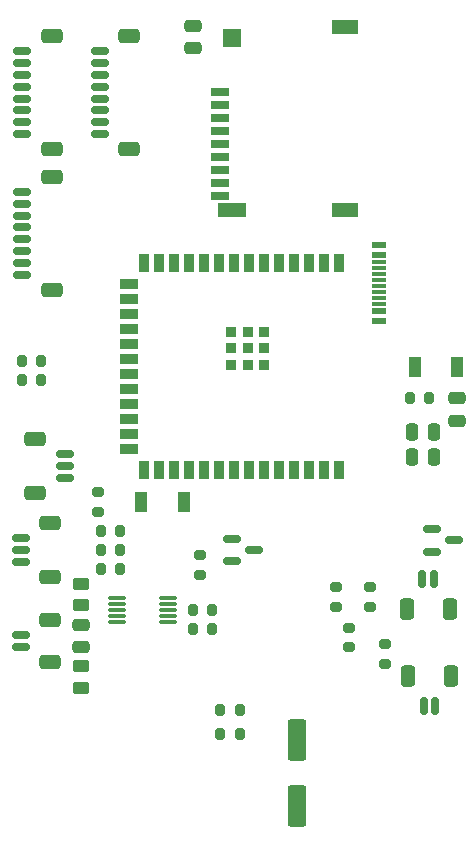
<source format=gbr>
%TF.GenerationSoftware,KiCad,Pcbnew,8.0.5*%
%TF.CreationDate,2024-09-29T17:29:23+02:00*%
%TF.ProjectId,Leiterkarte-v2,4c656974-6572-46b6-9172-74652d76322e,rev?*%
%TF.SameCoordinates,Original*%
%TF.FileFunction,Paste,Top*%
%TF.FilePolarity,Positive*%
%FSLAX46Y46*%
G04 Gerber Fmt 4.6, Leading zero omitted, Abs format (unit mm)*
G04 Created by KiCad (PCBNEW 8.0.5) date 2024-09-29 17:29:23*
%MOMM*%
%LPD*%
G01*
G04 APERTURE LIST*
G04 Aperture macros list*
%AMRoundRect*
0 Rectangle with rounded corners*
0 $1 Rounding radius*
0 $2 $3 $4 $5 $6 $7 $8 $9 X,Y pos of 4 corners*
0 Add a 4 corners polygon primitive as box body*
4,1,4,$2,$3,$4,$5,$6,$7,$8,$9,$2,$3,0*
0 Add four circle primitives for the rounded corners*
1,1,$1+$1,$2,$3*
1,1,$1+$1,$4,$5*
1,1,$1+$1,$6,$7*
1,1,$1+$1,$8,$9*
0 Add four rect primitives between the rounded corners*
20,1,$1+$1,$2,$3,$4,$5,0*
20,1,$1+$1,$4,$5,$6,$7,0*
20,1,$1+$1,$6,$7,$8,$9,0*
20,1,$1+$1,$8,$9,$2,$3,0*%
G04 Aperture macros list end*
%ADD10RoundRect,0.150000X-0.625000X0.150000X-0.625000X-0.150000X0.625000X-0.150000X0.625000X0.150000X0*%
%ADD11RoundRect,0.250000X-0.650000X0.350000X-0.650000X-0.350000X0.650000X-0.350000X0.650000X0.350000X0*%
%ADD12RoundRect,0.200000X-0.200000X-0.275000X0.200000X-0.275000X0.200000X0.275000X-0.200000X0.275000X0*%
%ADD13RoundRect,0.250000X0.475000X-0.250000X0.475000X0.250000X-0.475000X0.250000X-0.475000X-0.250000X0*%
%ADD14RoundRect,0.150000X0.625000X-0.150000X0.625000X0.150000X-0.625000X0.150000X-0.625000X-0.150000X0*%
%ADD15RoundRect,0.250000X0.650000X-0.350000X0.650000X0.350000X-0.650000X0.350000X-0.650000X-0.350000X0*%
%ADD16RoundRect,0.200000X0.275000X-0.200000X0.275000X0.200000X-0.275000X0.200000X-0.275000X-0.200000X0*%
%ADD17RoundRect,0.250000X-0.475000X0.250000X-0.475000X-0.250000X0.475000X-0.250000X0.475000X0.250000X0*%
%ADD18R,1.100000X1.800000*%
%ADD19RoundRect,0.250000X-0.250000X-0.475000X0.250000X-0.475000X0.250000X0.475000X-0.250000X0.475000X0*%
%ADD20R,0.900000X0.900000*%
%ADD21R,0.900000X1.500000*%
%ADD22R,1.500000X0.900000*%
%ADD23RoundRect,0.250000X0.450000X-0.262500X0.450000X0.262500X-0.450000X0.262500X-0.450000X-0.262500X0*%
%ADD24RoundRect,0.200000X0.200000X0.275000X-0.200000X0.275000X-0.200000X-0.275000X0.200000X-0.275000X0*%
%ADD25RoundRect,0.250000X0.550000X-1.500000X0.550000X1.500000X-0.550000X1.500000X-0.550000X-1.500000X0*%
%ADD26RoundRect,0.150000X-0.587500X-0.150000X0.587500X-0.150000X0.587500X0.150000X-0.587500X0.150000X0*%
%ADD27RoundRect,0.150000X-0.150000X-0.625000X0.150000X-0.625000X0.150000X0.625000X-0.150000X0.625000X0*%
%ADD28RoundRect,0.250000X-0.350000X-0.650000X0.350000X-0.650000X0.350000X0.650000X-0.350000X0.650000X0*%
%ADD29R,1.150000X0.600000*%
%ADD30R,1.150000X0.300000*%
%ADD31RoundRect,0.250000X-0.450000X0.262500X-0.450000X-0.262500X0.450000X-0.262500X0.450000X0.262500X0*%
%ADD32RoundRect,0.200000X-0.275000X0.200000X-0.275000X-0.200000X0.275000X-0.200000X0.275000X0.200000X0*%
%ADD33R,1.600000X0.700000*%
%ADD34R,2.400000X1.200000*%
%ADD35R,1.500000X1.600000*%
%ADD36R,2.200000X1.200000*%
%ADD37RoundRect,0.035000X-0.700000X-0.105000X0.700000X-0.105000X0.700000X0.105000X-0.700000X0.105000X0*%
%ADD38RoundRect,0.150000X0.150000X0.625000X-0.150000X0.625000X-0.150000X-0.625000X0.150000X-0.625000X0*%
%ADD39RoundRect,0.250000X0.350000X0.650000X-0.350000X0.650000X-0.350000X-0.650000X0.350000X-0.650000X0*%
G04 APERTURE END LIST*
D10*
%TO.C,Speed1*%
X146475000Y-109900000D03*
X146475000Y-110900000D03*
D11*
X149000000Y-108600000D03*
X149000000Y-112200000D03*
%TD*%
D12*
%TO.C,Rrpm2*%
X146575000Y-88300000D03*
X148225000Y-88300000D03*
%TD*%
D13*
%TO.C,Cen1*%
X183400000Y-91750000D03*
X183400000Y-89850000D03*
%TD*%
D12*
%TO.C,Resp1*%
X179425000Y-89850000D03*
X181075000Y-89850000D03*
%TD*%
D14*
%TO.C,TEMP_S1*%
X150225000Y-96600000D03*
X150225000Y-95600000D03*
X150225000Y-94600000D03*
D15*
X147700000Y-97900000D03*
X147700000Y-93300000D03*
%TD*%
D16*
%TO.C,Rspd2*%
X161700000Y-104825000D03*
X161700000Y-103175000D03*
%TD*%
D10*
%TO.C,gauges1*%
X146475000Y-101700000D03*
X146475000Y-102700000D03*
X146475000Y-103700000D03*
D11*
X149000000Y-100400000D03*
X149000000Y-105000000D03*
%TD*%
D17*
%TO.C,Cshld1*%
X161100000Y-58350000D03*
X161100000Y-60250000D03*
%TD*%
D18*
%TO.C,ESP_BOOT1*%
X156700000Y-98650000D03*
X160300000Y-98650000D03*
%TD*%
D16*
%TO.C,Rrind1*%
X176100000Y-107525000D03*
X176100000Y-105875000D03*
%TD*%
D19*
%TO.C,Cesp1*%
X179600000Y-94800000D03*
X181500000Y-94800000D03*
%TD*%
D20*
%TO.C,ESP1*%
X164300000Y-84245606D03*
X167100000Y-84250000D03*
X165700000Y-84250000D03*
X164300000Y-85645606D03*
X167100000Y-85650000D03*
X165700000Y-85650000D03*
X164300000Y-87045606D03*
X167100000Y-87050000D03*
X165700000Y-87050000D03*
D21*
X173420000Y-78400000D03*
X172150000Y-78400000D03*
X170880000Y-78400000D03*
X169610000Y-78400000D03*
X168340000Y-78400000D03*
X167070000Y-78400000D03*
X165800000Y-78400000D03*
X164530000Y-78400000D03*
X163260000Y-78400000D03*
X161990000Y-78400000D03*
X160720000Y-78400000D03*
X159450000Y-78400000D03*
X158180000Y-78400000D03*
X156910000Y-78400000D03*
D22*
X155660000Y-80165000D03*
X155660000Y-81435000D03*
X155660000Y-82705000D03*
X155660000Y-83975000D03*
X155660000Y-85245000D03*
X155660000Y-86515000D03*
X155660000Y-87785000D03*
X155660000Y-89055000D03*
X155660000Y-90325000D03*
X155660000Y-91595000D03*
X155660000Y-92865000D03*
X155660000Y-94135000D03*
D21*
X156910000Y-95900000D03*
X158180000Y-95900000D03*
X159450000Y-95900000D03*
X160720000Y-95900000D03*
X161990000Y-95900000D03*
X163260000Y-95900000D03*
X164530000Y-95900000D03*
X165800000Y-95900000D03*
X167070000Y-95900000D03*
X168340000Y-95900000D03*
X169610000Y-95900000D03*
X170880000Y-95900000D03*
X172150000Y-95900000D03*
X173420000Y-95900000D03*
%TD*%
D16*
%TO.C,Rlind1*%
X177300000Y-112325000D03*
X177300000Y-110675000D03*
%TD*%
D23*
%TO.C,R2*%
X151600000Y-107400000D03*
X151600000Y-105575000D03*
%TD*%
D24*
%TO.C,Rwtr1*%
X154925000Y-104300000D03*
X153275000Y-104300000D03*
%TD*%
D25*
%TO.C,Cout2*%
X169900000Y-124400000D03*
X169900000Y-118800000D03*
%TD*%
D26*
%TO.C,Qfan1*%
X181275000Y-100950000D03*
X181275000Y-102850000D03*
X183150000Y-101900000D03*
%TD*%
D27*
%TO.C,Indics1*%
X180600000Y-115900000D03*
X181600000Y-115900000D03*
D28*
X179300000Y-113375000D03*
X182900000Y-113375000D03*
%TD*%
D13*
%TO.C,Cmax1*%
X151600000Y-110950000D03*
X151600000Y-109050000D03*
%TD*%
D12*
%TO.C,Rup1*%
X161075000Y-109400000D03*
X162725000Y-109400000D03*
%TD*%
D26*
%TO.C,TEMP_S2*%
X164362500Y-101750000D03*
X164362500Y-103650000D03*
X166237500Y-102700000D03*
%TD*%
D24*
%TO.C,Roil1*%
X154925000Y-102700000D03*
X153275000Y-102700000D03*
%TD*%
%TO.C,Rfuel1*%
X154925000Y-101100000D03*
X153275000Y-101100000D03*
%TD*%
D29*
%TO.C,USBC1*%
X176845000Y-83300000D03*
X176845000Y-82500000D03*
D30*
X176845000Y-81350000D03*
X176845000Y-80350000D03*
X176845000Y-79850000D03*
X176845000Y-78850000D03*
D29*
X176845000Y-76900000D03*
X176845000Y-77700000D03*
D30*
X176845000Y-78350000D03*
X176845000Y-79350000D03*
X176845000Y-80850000D03*
X176845000Y-81850000D03*
%TD*%
D12*
%TO.C,Rspd1*%
X161075000Y-107800000D03*
X162725000Y-107800000D03*
%TD*%
D10*
%TO.C,SPI2*%
X146575000Y-60500000D03*
X146575000Y-61500000D03*
X146575000Y-62500000D03*
X146575000Y-63500000D03*
X146575000Y-64500000D03*
X146575000Y-65500000D03*
X146575000Y-66500000D03*
X146575000Y-67500000D03*
D11*
X149100000Y-59200000D03*
X149100000Y-68800000D03*
%TD*%
D31*
%TO.C,R1*%
X151600000Y-112575000D03*
X151600000Y-114400000D03*
%TD*%
D19*
%TO.C,Cesp2*%
X179600000Y-92700000D03*
X181500000Y-92700000D03*
%TD*%
D18*
%TO.C,ESP_RST1*%
X183470900Y-87230400D03*
X179870900Y-87230400D03*
%TD*%
D16*
%TO.C,Rlind2*%
X174300000Y-110925000D03*
X174300000Y-109275000D03*
%TD*%
D32*
%TO.C,Rboot1*%
X153050000Y-97825000D03*
X153050000Y-99475000D03*
%TD*%
D10*
%TO.C,SPI1*%
X146575000Y-72400000D03*
X146575000Y-73400000D03*
X146575000Y-74400000D03*
X146575000Y-75400000D03*
X146575000Y-76400000D03*
X146575000Y-77400000D03*
X146575000Y-78400000D03*
X146575000Y-79400000D03*
D11*
X149100000Y-71100000D03*
X149100000Y-80700000D03*
%TD*%
D33*
%TO.C,SD1*%
X163350000Y-63950000D03*
X163350000Y-65050000D03*
X163350000Y-66150000D03*
X163350000Y-67250000D03*
X163350000Y-68350000D03*
X163350000Y-69450000D03*
X163350000Y-70550000D03*
X163350000Y-71650000D03*
X163350000Y-72750000D03*
D34*
X164350000Y-73950000D03*
D35*
X164400000Y-59350000D03*
D36*
X173950000Y-73950000D03*
X173950000Y-58450000D03*
%TD*%
D12*
%TO.C,Rfbt1*%
X163375000Y-118300000D03*
X165025000Y-118300000D03*
%TD*%
D37*
%TO.C,VRCond1*%
X154680000Y-106800000D03*
X154680000Y-107300000D03*
X154680000Y-107800000D03*
X154680000Y-108300000D03*
X154680000Y-108800000D03*
X158980000Y-108800000D03*
X158980000Y-108300000D03*
X158980000Y-107800000D03*
X158980000Y-107300000D03*
X158980000Y-106800000D03*
%TD*%
D38*
%TO.C,Fan1*%
X181500000Y-105175000D03*
X180500000Y-105175000D03*
D39*
X182800000Y-107700000D03*
X179200000Y-107700000D03*
%TD*%
D12*
%TO.C,Rfbb1*%
X163375000Y-116300000D03*
X165025000Y-116300000D03*
%TD*%
D16*
%TO.C,Rrind2*%
X173200000Y-107525000D03*
X173200000Y-105875000D03*
%TD*%
D10*
%TO.C,SPI3*%
X153175000Y-60500000D03*
X153175000Y-61500000D03*
X153175000Y-62500000D03*
X153175000Y-63500000D03*
X153175000Y-64500000D03*
X153175000Y-65500000D03*
X153175000Y-66500000D03*
X153175000Y-67500000D03*
D11*
X155700000Y-59200000D03*
X155700000Y-68800000D03*
%TD*%
D24*
%TO.C,Rrpm1*%
X148225000Y-86700000D03*
X146575000Y-86700000D03*
%TD*%
M02*

</source>
